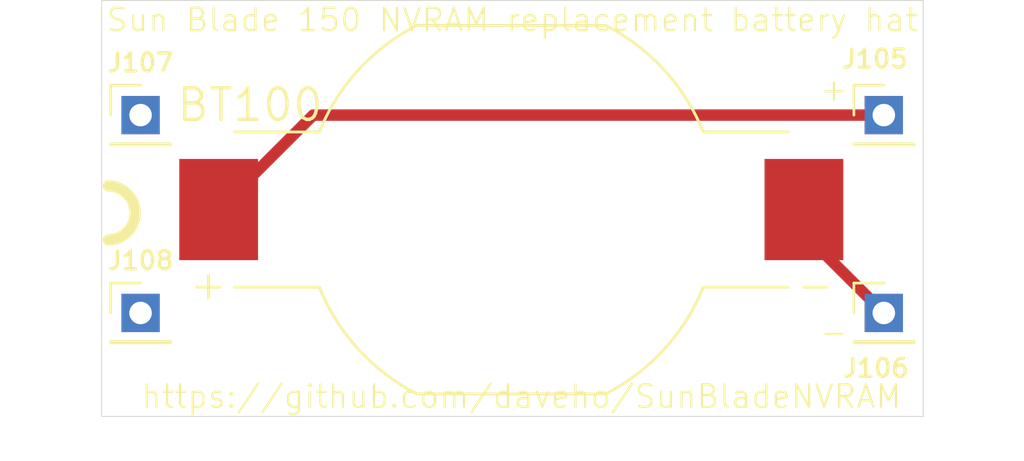
<source format=kicad_pcb>
(kicad_pcb (version 20240108) (generator "pcbnew") (generator_version "8.0")
  (title_block (rev "1"))
  (layers (0 "F.Cu" signal "Front") (31 "B.Cu" signal "Back") (34 "B.Paste" user) (35 "F.Paste" user) (36 "B.SilkS" user "B.Silkscreen") (37 "F.SilkS" user "F.Silkscreen") (38 "B.Mask" user) (39 "F.Mask" user) (44 "Edge.Cuts" user))
  (net 0 "")
  (net 1 "Net-(J105-Pin_1)")
  (net 2 "Net-(J106-Pin_1)")
  (footprint "Connector_PinHeader_2.54mm:PinHeader_1x01_P2.54mm_Vertical" (layer "F.Cu") (at 118 74.9)
    (property "Reference" "J105" (at -0.4 -2.5 0) (layer "F.SilkS") (effects (font (size 0.8 0.8))))
    (property "Value" "Conn_01x01_Pin")
    (fp_line (start -1.33 -1.33) (end 0 -1.33) (stroke (width 0.12)) (layer "F.SilkS"))
    (fp_line (start -1.33 0) (end -1.33 -1.33) (stroke (width 0.12)) (layer "F.SilkS"))
    (fp_line (start -1.33 1.27) (end -1.33 1.33) (stroke (width 0.12)) (layer "F.SilkS"))
    (fp_line (start -1.33 1.27) (end 1.33 1.27) (stroke (width 0.12)) (layer "F.SilkS"))
    (fp_line (start -1.33 1.33) (end 1.33 1.33) (stroke (width 0.12)) (layer "F.SilkS"))
    (fp_line (start 1.33 1.27) (end 1.33 1.33) (stroke (width 0.12)) (layer "F.SilkS"))
    (pad "1" thru_hole rect (at 0 0) (size 1.7 1.7) (drill 1) (layers "*.Cu" "*.Mask") (net 1 "Net-(J105-Pin_1)"))
  )
  (footprint "SunBladeNVRAM:BAT_BU1632SM-JJ-GTR" (layer "F.Cu") (at 101.45 79.1)
    (property "Reference" "BT100" (at -11.6 -4.65 0) (layer "F.SilkS") (effects (font (size 1.4 1.4))))
    (property "Value" "BU1632SM-JJ-GTR")
    (fp_line (start -13.95 3.45) (end -12.95 3.45) (stroke (width 0.127)) (layer "F.SilkS"))
    (fp_line (start -13.45 2.95) (end -13.45 3.95) (stroke (width 0.127)) (layer "F.SilkS"))
    (fp_line (start -12.3 3.45) (end -8.53 3.45) (stroke (width 0.127)) (layer "F.SilkS"))
    (fp_line (start -8.53 -3.45) (end -12.3 -3.45) (stroke (width 0.127)) (layer "F.SilkS"))
    (fp_line (start -4.19 -8.19) (end 4.19 -8.19) (stroke (width 0.127)) (layer "F.SilkS"))
    (fp_line (start 4.19 8.2) (end -4.19 8.2) (stroke (width 0.127)) (layer "F.SilkS"))
    (fp_line (start 8.53 3.45) (end 12.3 3.45) (stroke (width 0.127)) (layer "F.SilkS"))
    (fp_line (start 12.3 -3.45) (end 8.53 -3.45) (stroke (width 0.127)) (layer "F.SilkS"))
    (fp_line (start 13 3.45) (end 14 3.45) (stroke (width 0.127)) (layer "F.SilkS"))
    (fp_arc (start -8.53 -3.45) (mid -6.787284 -6.211227) (end -4.19 -8.19) (stroke (width 0.127)) (layer "F.SilkS"))
    (fp_arc (start -4.19 8.2) (mid -6.788186 6.216227) (end -8.53 3.45) (stroke (width 0.127)) (layer "F.SilkS"))
    (fp_arc (start 4.19 -8.19) (mid 6.787284 -6.211226) (end 8.53 -3.45) (stroke (width 0.127)) (layer "F.SilkS"))
    (fp_arc (start 8.53 3.45) (mid 6.788186 6.216227) (end 4.19 8.2) (stroke (width 0.127)) (layer "F.SilkS"))
    (pad "+" smd rect (at -13 0) (size 3.5 4.5) (layers "F.Cu" "F.Paste" "F.Mask") (net 1 "Net-(J105-Pin_1)"))
    (pad "-" smd rect (at 13 0) (size 3.5 4.5) (layers "F.Cu" "F.Paste" "F.Mask") (net 2 "Net-(J106-Pin_1)"))
  )
  (footprint "Connector_PinHeader_2.54mm:PinHeader_1x01_P2.54mm_Vertical" (layer "F.Cu") (at 118 83.7)
    (property "Reference" "J106" (at -0.35 2.45 0) (layer "F.SilkS") (effects (font (size 0.8 0.8))))
    (property "Value" "Conn_01x01_Pin")
    (fp_line (start -1.33 -1.33) (end 0 -1.33) (stroke (width 0.12)) (layer "F.SilkS"))
    (fp_line (start -1.33 0) (end -1.33 -1.33) (stroke (width 0.12)) (layer "F.SilkS"))
    (fp_line (start -1.33 1.27) (end -1.33 1.33) (stroke (width 0.12)) (layer "F.SilkS"))
    (fp_line (start -1.33 1.27) (end 1.33 1.27) (stroke (width 0.12)) (layer "F.SilkS"))
    (fp_line (start -1.33 1.33) (end 1.33 1.33) (stroke (width 0.12)) (layer "F.SilkS"))
    (fp_line (start 1.33 1.27) (end 1.33 1.33) (stroke (width 0.12)) (layer "F.SilkS"))
    (pad "1" thru_hole rect (at 0 0) (size 1.7 1.7) (drill 1) (layers "*.Cu" "*.Mask") (net 2 "Net-(J106-Pin_1)"))
  )
  (footprint "Connector_PinHeader_2.54mm:PinHeader_1x01_P2.54mm_Vertical" (layer "F.Cu") (at 84.98 83.7)
    (property "Reference" "J108" (at 0 -2.33 0) (layer "F.SilkS") (effects (font (size 0.8 0.8))))
    (property "Value" "Conn_01x01_Pin")
    (fp_line (start -1.33 -1.33) (end 0 -1.33) (stroke (width 0.12)) (layer "F.SilkS"))
    (fp_line (start -1.33 0) (end -1.33 -1.33) (stroke (width 0.12)) (layer "F.SilkS"))
    (fp_line (start -1.33 1.27) (end -1.33 1.33) (stroke (width 0.12)) (layer "F.SilkS"))
    (fp_line (start -1.33 1.27) (end 1.33 1.27) (stroke (width 0.12)) (layer "F.SilkS"))
    (fp_line (start -1.33 1.33) (end 1.33 1.33) (stroke (width 0.12)) (layer "F.SilkS"))
    (fp_line (start 1.33 1.27) (end 1.33 1.33) (stroke (width 0.12)) (layer "F.SilkS"))
    (pad "1" thru_hole rect (at 0 0) (size 1.7 1.7) (drill 1) (layers "*.Cu" "*.Mask"))
  )
  (footprint "Connector_PinHeader_2.54mm:PinHeader_1x01_P2.54mm_Vertical" (layer "F.Cu") (at 84.98 74.9)
    (property "Reference" "J107" (at 0 -2.33 0) (layer "F.SilkS") (effects (font (size 0.8 0.8))))
    (property "Value" "Conn_01x01_Pin")
    (fp_line (start -1.33 -1.33) (end 0 -1.33) (stroke (width 0.12)) (layer "F.SilkS"))
    (fp_line (start -1.33 0) (end -1.33 -1.33) (stroke (width 0.12)) (layer "F.SilkS"))
    (fp_line (start -1.33 1.27) (end -1.33 1.33) (stroke (width 0.12)) (layer "F.SilkS"))
    (fp_line (start -1.33 1.27) (end 1.33 1.27) (stroke (width 0.12)) (layer "F.SilkS"))
    (fp_line (start -1.33 1.33) (end 1.33 1.33) (stroke (width 0.12)) (layer "F.SilkS"))
    (fp_line (start 1.33 1.27) (end 1.33 1.33) (stroke (width 0.12)) (layer "F.SilkS"))
    (pad "1" thru_hole rect (at 0 0) (size 1.7 1.7) (drill 1) (layers "*.Cu" "*.Mask"))
  )
  (gr_arc (start 83.55 78.05) (mid 84.75 79.25) (end 83.55 80.45) (stroke (width 0.5)) (layer "F.SilkS"))
  (gr_rect (start 83.25 69.8) (end 119.75 88.3) (stroke (width 0.0381)) (fill none) (layer "Edge.Cuts"))
  (gr_text "-" (at 115.1 85.15 0) (layer "F.SilkS") (effects (font (size 1 1) (thickness 0.1)) (justify left bottom)))
  (gr_text "https://github.com/daveho/SunBladeNVRAM" (at 84.95 88 0) (layer "F.SilkS") (effects (font (size 1 1) (thickness 0.1)) (justify left bottom)))
  (gr_text "Sun Blade 150 NVRAM replacement battery hat" (at 83.4 71.25 0) (layer "F.SilkS") (effects (font (size 1 1) (thickness 0.1)) (justify left bottom)))
  (gr_text "+" (at 115.1 74.35 0) (layer "F.SilkS") (effects (font (size 1 1) (thickness 0.1)) (justify left bottom)))
  (segment (start 92.65 74.9) (end 88.45 79.1) (width 0.508) (layer "F.Cu") (net 1))
  (segment (start 118 74.9) (end 92.65 74.9) (width 0.508) (layer "F.Cu") (net 1))
  (segment (start 114.45 80.15) (end 118 83.7) (width 0.508) (layer "F.Cu") (net 2))
  (segment (start 114.45 79.1) (end 114.45 80.15) (width 0.508) (layer "F.Cu") (net 2))
)
</source>
